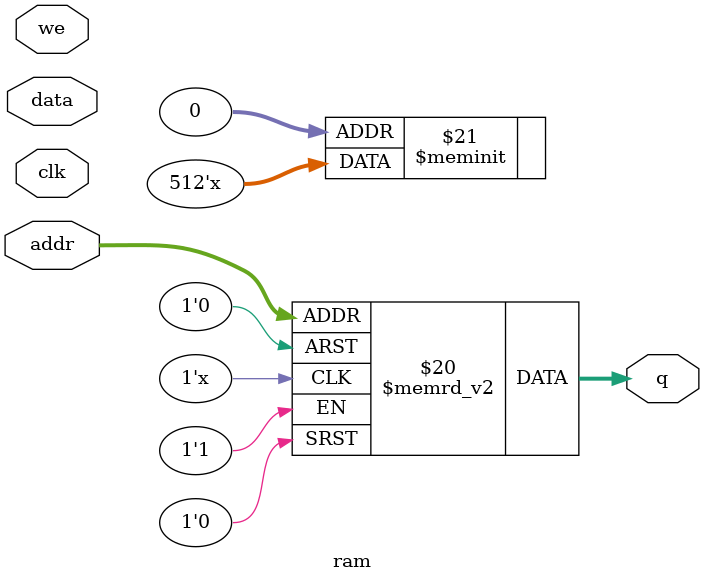
<source format=v>
module ram #(
    parameter ADDR_WIDTH=6,
    parameter DATA_WIDTH=8
) (
    input [DATA_WIDTH-1:0] data,
    input [ADDR_WIDTH-1:0] addr,
    input we, clk,
    output [7:0] q
);
reg [DATA_WIDTH-1:0] ram[2**ADDR_WIDTH-1:0];
// when we is high, write data to ram at address addr
// assign the ram value at address addr to q
always @ (we, clk)
begin
    if (we) ram[addr] <= data;
    q <= ram[addr];
end
// when we is low, read data from ram at address addr
always @ (we, clk)
begin
    if (we) data <= ram[addr];
end
endmodule

</source>
